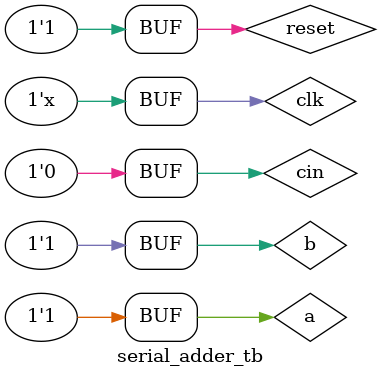
<source format=v>
module serial_adder_tb();

    reg clk;
    reg reset;
    reg a;
    reg b;
    reg cin;

    wire s;
    wire cout;

    serial_adder uut (
        .clk(clk), 
        .reset(reset), 
        .a(a), 
        .b(b), 
        .cin(cin), 
        .s(s), 
        .cout(cout)
    );

    always
        #5 clk = ~clk;
        
    initial begin
        
        clk = 1;
        reset = 0;
        a = 0;
        b = 0;
        cin = 0;
        reset = 1;  
        #20;
        reset = 0;
        
        a = 1; b = 1; cin = 1;    #10;
        a = 1; b = 0; cin = 0;  #10;
        a = 1; b = 1; cin = 0;  #10;
        a = 1; b = 1; cin = 0;  #10;
        reset = 1;
        #10;
        reset = 0;
        
        a = 1; b = 1; cin = 1;    #10;
        a = 1; b = 0; cin = 0;  #10;
        a = 0; b = 0; cin = 0;  #10;
        a = 1; b = 0; cin = 0;  #10;
        a = 1; b = 1; cin = 0;  #10;
        reset = 1;
        #10;

    end
	 
	 initial $monitor(" A=%b | B=%b | Cin=%b | Sum=%b | Cout=%b | Clock =%b",a,b,cin,s,cout,clk);
      
endmodule 

</source>
